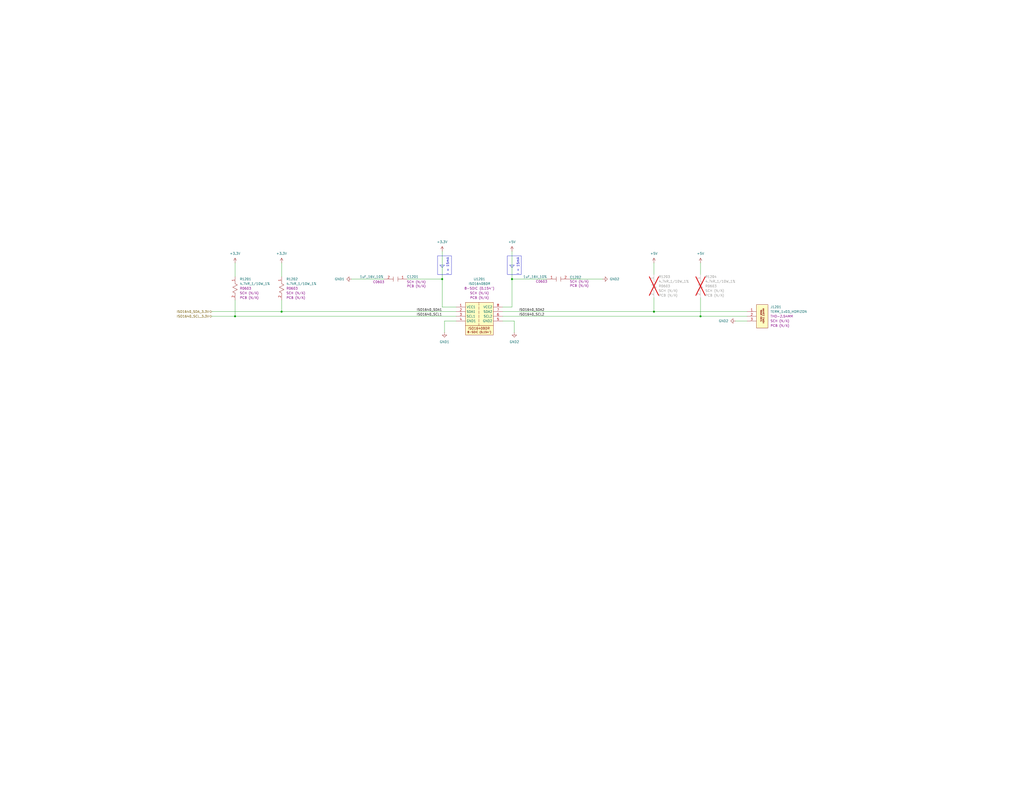
<source format=kicad_sch>
(kicad_sch (version 20231120) (generator "eeschema") (generator_version "8.0")
  (paper "C")
  (title_block (comment 2 "RELEASED"))
  (lib_symbols
    (symbol "_SCHLIB_ESP32-IsoLink:CAP_MLCC_1uF_16V_10%_X7R_C0603" (exclude_from_sim yes)
      (property "Reference" "C" (at 2.794 3.81 0))
      (property "Value" "1uF_16V_10%" (at 2.794 6.096 0))
      (property "Package" "C0603" (at 2.794 11.43 0))
      (property "SCH CHECK" "SCH (N/A)" (at 2.794 16.256 0))
      (property "PCB CHECk" "PCB (N/A)" (at 2.794 19.05 0))
      (symbol "CAP_MLCC_1uF_16V_10%_X7R_C0603_0_1"
        (polyline private (pts (xy 2.54 2.54) (xy 27.94 2.54)))
        (polyline private (pts (xy 2.54 5.08) (xy 27.94 5.08)))
        (polyline private (pts (xy 2.54 7.62) (xy 27.94 7.62)))
        (polyline private (pts (xy 2.54 10.16) (xy 27.94 10.16)))
        (polyline private (pts (xy 2.54 12.7) (xy 27.94 12.7)))
        (polyline private (pts (xy 2.54 15.24) (xy 27.94 15.24)))
        (polyline private (pts (xy 2.54 17.78) (xy 27.94 17.78)))
        (polyline private (pts (xy 2.54 20.32) (xy 27.94 20.32)))
        (polyline private (pts (xy 2.54 22.86) (xy 27.94 22.86)))
        (polyline private (pts (xy 2.54 25.4) (xy 27.94 25.4)))
        (polyline private (pts (xy 2.54 27.94) (xy 27.94 27.94)))
        (polyline private (pts (xy 2.54 30.48) (xy 27.94 30.48)))
        (polyline private (pts (xy 2.54 33.02) (xy 27.94 33.02)))
        (polyline private (pts (xy 2.54 35.56) (xy 27.94 35.56)))
        (polyline private (pts (xy 2.54 38.1) (xy 27.94 38.1)))
        (polyline private (pts (xy 2.54 40.64) (xy 27.94 40.64)))
        (polyline private (pts (xy 2.54 43.18) (xy 27.94 43.18)))
        (polyline private (pts (xy 2.54 45.72) (xy 27.94 45.72)))
        (polyline private (pts (xy 2.54 48.26) (xy 27.94 48.26)))
        (polyline private (pts (xy 2.54 50.8) (xy 27.94 50.8)))
        (polyline (pts (xy 5.08 1.27) (xy 5.08 -1.27)))
        (polyline (pts (xy 7.62 1.27) (xy 7.62 -1.27)))
      )
      (symbol "CAP_MLCC_1uF_16V_10%_X7R_C0603_1_1"
        (pin passive line (at 0 0 0) (length 5.08) (name "") (number "1"))
        (pin passive line (at 12.7 0 180) (length 5.08) (name "") (number "2"))
      )
    )
    (symbol "_SCHLIB_ESP32-IsoLink:CONN_TERM BLK_1x3_150V_6A_HORIZON_THD-2.54MM" (exclude_from_sim yes)
      (property "Reference" "J" (at 2.794 3.81 0))
      (property "Value" "TERM_1x03_HORIZON" (at 2.794 6.096 0))
      (property "Package" "THD-2.54MM" (at 2.794 11.43 0))
      (property "SCH CHECK" "SCH (N/A)" (at 2.794 16.256 0))
      (property "PCB CHECk" "PCB (N/A)" (at 2.794 19.05 0))
      (symbol "CONN_TERM BLK_1x3_150V_6A_HORIZON_THD-2.54MM_0_1"
        (polyline private (pts (xy 2.54 2.54) (xy 27.94 2.54)))
        (polyline private (pts (xy 2.54 5.08) (xy 27.94 5.08)))
        (polyline private (pts (xy 2.54 7.62) (xy 27.94 7.62)))
        (polyline private (pts (xy 2.54 10.16) (xy 27.94 10.16)))
        (polyline private (pts (xy 2.54 12.7) (xy 27.94 12.7)))
        (polyline private (pts (xy 2.54 15.24) (xy 27.94 15.24)))
        (polyline private (pts (xy 2.54 17.78) (xy 27.94 17.78)))
        (polyline private (pts (xy 2.54 20.32) (xy 27.94 20.32)))
        (polyline private (pts (xy 2.54 22.86) (xy 27.94 22.86)))
        (polyline private (pts (xy 2.54 25.4) (xy 27.94 25.4)))
        (polyline private (pts (xy 2.54 27.94) (xy 27.94 27.94)))
        (polyline private (pts (xy 2.54 30.48) (xy 27.94 30.48)))
        (polyline private (pts (xy 2.54 33.02) (xy 27.94 33.02)))
        (polyline private (pts (xy 2.54 35.56) (xy 27.94 35.56)))
        (polyline private (pts (xy 2.54 38.1) (xy 27.94 38.1)))
        (polyline private (pts (xy 2.54 40.64) (xy 27.94 40.64)))
        (polyline private (pts (xy 2.54 43.18) (xy 27.94 43.18)))
        (polyline private (pts (xy 2.54 45.72) (xy 27.94 45.72)))
        (polyline private (pts (xy 2.54 48.26) (xy 27.94 48.26)))
        (polyline private (pts (xy 2.54 50.8) (xy 27.94 50.8)))
      )
      (symbol "CONN_TERM BLK_1x3_150V_6A_HORIZON_THD-2.54MM_1_1"
        (rectangle (start 0 0) (end 6.35 -12.7) (fill (type background)))
        (text "TERM 3POS\nHORIZ 2.54MM" (at 3.302 -6.096 900) (effects (font (size 0.762 0.762))))
        (pin passive line (at -5.08 -3.81 0) (length 5.08) (name "") (number "1"))
        (pin passive line (at -5.08 -6.35 0) (length 5.08) (name "") (number "2"))
        (pin passive line (at -5.08 -8.89 0) (length 5.08) (name "") (number "3"))
      )
    )
    (symbol "_SCHLIB_ESP32-IsoLink:IC_Digital Isolator-I2C_ISO6521DR_Bi-Directional_2{colon}2_SOIC (0.154{dblquote})" (exclude_from_sim yes)
      (property "Reference" "U" (at 2.794 3.81 0))
      (property "Value" "ISO1640BDR" (at 2.794 6.096 0))
      (property "Package" "8-SOIC (0.154\")" (at 2.794 11.43 0))
      (property "SCH CHECK" "SCH (N/A)" (at 2.794 16.256 0))
      (property "PCB CHECk" "PCB (N/A)" (at 2.794 19.05 0))
      (symbol "IC_Digital Isolator-I2C_ISO6521DR_Bi-Directional_2{colon}2_SOIC (0.154{dblquote})_0_1"
        (polyline private (pts (xy 2.54 2.54) (xy 27.94 2.54)))
        (polyline private (pts (xy 2.54 5.08) (xy 27.94 5.08)))
        (polyline private (pts (xy 2.54 7.62) (xy 27.94 7.62)))
        (polyline private (pts (xy 2.54 10.16) (xy 27.94 10.16)))
        (polyline private (pts (xy 2.54 12.7) (xy 27.94 12.7)))
        (polyline private (pts (xy 2.54 15.24) (xy 27.94 15.24)))
        (polyline private (pts (xy 2.54 17.78) (xy 27.94 17.78)))
        (polyline private (pts (xy 2.54 20.32) (xy 27.94 20.32)))
        (polyline private (pts (xy 2.54 22.86) (xy 27.94 22.86)))
        (polyline private (pts (xy 2.54 25.4) (xy 27.94 25.4)))
        (polyline private (pts (xy 2.54 27.94) (xy 27.94 27.94)))
        (polyline private (pts (xy 2.54 30.48) (xy 27.94 30.48)))
        (polyline private (pts (xy 2.54 33.02) (xy 27.94 33.02)))
        (polyline private (pts (xy 2.54 35.56) (xy 27.94 35.56)))
        (polyline private (pts (xy 2.54 38.1) (xy 27.94 38.1)))
        (polyline private (pts (xy 2.54 40.64) (xy 27.94 40.64)))
        (polyline private (pts (xy 2.54 43.18) (xy 27.94 43.18)))
        (polyline private (pts (xy 2.54 45.72) (xy 27.94 45.72)))
        (polyline private (pts (xy 2.54 48.26) (xy 27.94 48.26)))
        (polyline private (pts (xy 2.54 50.8) (xy 27.94 50.8)))
      )
      (symbol "IC_Digital Isolator-I2C_ISO6521DR_Bi-Directional_2{colon}2_SOIC (0.154{dblquote})_1_1"
        (polyline (pts (xy 0 -12.7) (xy 15.24 -12.7)))
        (polyline (pts (xy 7.366 0) (xy 7.366 -12.7)) (stroke (width 0) (type dash)))
        (rectangle (start 0 0) (end 15.24 -17.78) (fill (type background)))
        (text "8-SOIC (0.154\")" (at 7.62 -16.256 0) (effects (font (size 1.016 1.016))))
        (text "ISO1640BDR" (at 7.366 -14.224 0) (effects (font (size 1.27 1.27))))
        (pin passive line (at -5.08 -2.54 0) (length 5.08) (name "VCC1") (number "1"))
        (pin passive line (at -5.08 -5.08 0) (length 5.08) (name "SDA1") (number "2"))
        (pin passive line (at -5.08 -7.62 0) (length 5.08) (name "SCL1") (number "3"))
        (pin passive line (at -5.08 -10.16 0) (length 5.08) (name "GND1") (number "4"))
        (pin passive line (at 20.32 -10.16 180) (length 5.08) (name "GND2") (number "5"))
        (pin passive line (at 20.32 -7.62 180) (length 5.08) (name "SCL2") (number "6"))
        (pin passive line (at 20.32 -5.08 180) (length 5.08) (name "SDA2") (number "7"))
        (pin passive line (at 20.32 -2.54 180) (length 5.08) (name "VCC2") (number "8"))
      )
    )
    (symbol "_SCHLIB_ESP32-IsoLink:RES_4.7kR_1/10W_1%_R0603" (exclude_from_sim yes)
      (property "Reference" "R" (at 2.794 3.81 0))
      (property "Value" "4.7kR_1/10W_1%" (at 2.794 6.096 0))
      (property "Package" "R0603" (at 2.794 11.43 0))
      (property "SCH CHECK" "SCH (N/A)" (at 2.794 16.256 0))
      (property "PCB CHECk" "PCB (N/A)" (at 2.794 19.05 0))
      (symbol "RES_4.7kR_1/10W_1%_R0603_0_1"
        (polyline private (pts (xy 2.54 2.54) (xy 27.94 2.54)))
        (polyline private (pts (xy 2.54 5.08) (xy 27.94 5.08)))
        (polyline private (pts (xy 2.54 7.62) (xy 27.94 7.62)))
        (polyline private (pts (xy 2.54 10.16) (xy 27.94 10.16)))
        (polyline private (pts (xy 2.54 12.7) (xy 27.94 12.7)))
        (polyline private (pts (xy 2.54 15.24) (xy 27.94 15.24)))
        (polyline private (pts (xy 2.54 17.78) (xy 27.94 17.78)))
        (polyline private (pts (xy 2.54 20.32) (xy 27.94 20.32)))
        (polyline private (pts (xy 2.54 22.86) (xy 27.94 22.86)))
        (polyline private (pts (xy 2.54 25.4) (xy 27.94 25.4)))
        (polyline private (pts (xy 2.54 27.94) (xy 27.94 27.94)))
        (polyline private (pts (xy 2.54 30.48) (xy 27.94 30.48)))
        (polyline private (pts (xy 2.54 33.02) (xy 27.94 33.02)))
        (polyline private (pts (xy 2.54 35.56) (xy 27.94 35.56)))
        (polyline private (pts (xy 2.54 38.1) (xy 27.94 38.1)))
        (polyline private (pts (xy 2.54 40.64) (xy 27.94 40.64)))
        (polyline private (pts (xy 2.54 43.18) (xy 27.94 43.18)))
        (polyline private (pts (xy 2.54 45.72) (xy 27.94 45.72)))
        (polyline private (pts (xy 2.54 48.26) (xy 27.94 48.26)))
        (polyline private (pts (xy 2.54 50.8) (xy 27.94 50.8)))
        (polyline (pts (xy 3.81 0) (xy 4.445 1.27) (xy 5.715 -1.27) (xy 6.985 1.27) (xy 8.255 -1.27) (xy 8.89 0)))
      )
      (symbol "RES_4.7kR_1/10W_1%_R0603_1_1"
        (pin passive line (at 0 0 0) (length 3.81) (name "") (number "1"))
        (pin passive line (at 12.7 0 180) (length 3.81) (name "") (number "2"))
      )
    )
    (symbol "power:+3.3V" (power) (pin_numbers hide) (pin_names (offset 0) hide)
      (property "Value" "+3.3V" (at 0 3.556 0))
      (symbol "+3.3V_0_1"
        (polyline (pts (xy -0.762 1.27) (xy 0 2.54)))
        (polyline (pts (xy 0 0) (xy 0 2.54)))
        (polyline (pts (xy 0 2.54) (xy 0.762 1.27)))
      )
      (symbol "+3.3V_1_1"
        (pin power_in line (at 0 0 90) (length 0) (name "~") (number "1"))
      )
    )
    (symbol "power:+5V" (power) (pin_numbers hide) (pin_names (offset 0) hide)
      (property "Value" "+5V" (at 0 3.556 0))
      (symbol "+5V_0_1"
        (polyline (pts (xy -0.762 1.27) (xy 0 2.54)))
        (polyline (pts (xy 0 0) (xy 0 2.54)))
        (polyline (pts (xy 0 2.54) (xy 0.762 1.27)))
      )
      (symbol "+5V_1_1"
        (pin power_in line (at 0 0 90) (length 0) (name "~") (number "1"))
      )
    )
    (symbol "power:GND1" (power) (pin_numbers hide) (pin_names (offset 0) hide)
      (property "Value" "GND1" (at 0 -3.81 0))
      (symbol "GND1_0_1"
        (polyline (pts (xy 0 0) (xy 0 -1.27) (xy 1.27 -1.27) (xy 0 -2.54) (xy -1.27 -1.27) (xy 0 -1.27)))
      )
      (symbol "GND1_1_1"
        (pin power_in line (at 0 0 270) (length 0) (name "~") (number "1"))
      )
    )
    (symbol "power:GND2" (power) (pin_numbers hide) (pin_names (offset 0) hide)
      (property "Value" "GND2" (at 0 -3.81 0))
      (symbol "GND2_0_1"
        (polyline (pts (xy 0 0) (xy 0 -1.27) (xy 1.27 -1.27) (xy 0 -2.54) (xy -1.27 -1.27) (xy 0 -1.27)))
      )
      (symbol "GND2_1_1"
        (pin power_in line (at 0 0 270) (length 0) (name "~") (number "1"))
      )
    )
  )
  (junction (at 128.27 172.72))
  (junction (at 382.27 172.72))
  (junction (at 279.4 152.4))
  (junction (at 356.87 170.18))
  (junction (at 153.67 170.18))
  (junction (at 241.3 152.4))
  (wire (pts (xy 153.67 170.18) (xy 248.92 170.18)))
  (wire (pts (xy 280.67 175.26) (xy 274.32 175.26)))
  (wire (pts (xy 356.87 162.56) (xy 356.87 170.18)))
  (wire (pts (xy 241.3 167.64) (xy 248.92 167.64)))
  (wire (pts (xy 356.87 170.18) (xy 274.32 170.18)))
  (wire (pts (xy 128.27 172.72) (xy 128.27 163.83)))
  (wire (pts (xy 241.3 137.16) (xy 241.3 152.4)))
  (wire (pts (xy 128.27 143.51) (xy 128.27 151.13)))
  (polyline (pts (xy 241.3 146.05) (xy 242.57 144.78)))
  (polyline (pts (xy 278.13 144.78) (xy 279.4 146.05)))
  (wire (pts (xy 128.27 172.72) (xy 248.92 172.72)))
  (wire (pts (xy 115.57 170.18) (xy 153.67 170.18)))
  (wire (pts (xy 191.77 152.4) (xy 209.55 152.4)))
  (wire (pts (xy 242.57 175.26) (xy 248.92 175.26)))
  (polyline (pts (xy 279.4 146.05) (xy 280.67 144.78)))
  (wire (pts (xy 115.57 172.72) (xy 128.27 172.72)))
  (wire (pts (xy 356.87 143.51) (xy 356.87 149.86)))
  (wire (pts (xy 382.27 172.72) (xy 407.67 172.72)))
  (wire (pts (xy 242.57 181.61) (xy 242.57 175.26)))
  (polyline (pts (xy 278.13 144.78) (xy 280.67 144.78)))
  (wire (pts (xy 274.32 172.72) (xy 382.27 172.72)))
  (wire (pts (xy 279.4 137.16) (xy 279.4 152.4)))
  (wire (pts (xy 298.45 152.4) (xy 279.4 152.4)))
  (wire (pts (xy 241.3 152.4) (xy 241.3 167.64)))
  (wire (pts (xy 328.93 152.4) (xy 311.15 152.4)))
  (wire (pts (xy 401.32 175.26) (xy 407.67 175.26)))
  (wire (pts (xy 279.4 152.4) (xy 279.4 167.64)))
  (polyline (pts (xy 240.03 144.78) (xy 242.57 144.78)))
  (polyline (pts (xy 240.03 144.78) (xy 241.3 146.05)))
  (wire (pts (xy 407.67 170.18) (xy 356.87 170.18)))
  (wire (pts (xy 382.27 143.51) (xy 382.27 149.86)))
  (wire (pts (xy 274.32 167.64) (xy 279.4 167.64)))
  (wire (pts (xy 222.25 152.4) (xy 241.3 152.4)))
  (wire (pts (xy 153.67 163.83) (xy 153.67 170.18)))
  (wire (pts (xy 382.27 162.56) (xy 382.27 172.72)))
  (wire (pts (xy 280.67 181.61) (xy 280.67 175.26)))
  (wire (pts (xy 153.67 143.51) (xy 153.67 151.13)))
  (rectangle (start 276.86 139.7) (end 284.48 149.86))
  (rectangle (start 238.76 139.7) (end 246.38 149.86))
  (text "I = 15mA" (at 282.702 145.288 90) (effects (font (size 1.27 1.27))))
  (text "I = 15mA" (at 244.348 145.288 90) (effects (font (size 1.27 1.27))))
  (label "ISO1640_SCL2" (at 283.21 172.72 0))
  (label "ISO1640_SDA1" (at 227.33 170.18 0))
  (label "ISO1640_SCL1" (at 227.33 172.72 0))
  (label "ISO1640_SDA2" (at 283.21 170.18 0))
  (hierarchical_label "ISO1640_SDA_3.3V" (shape bidirectional) (at 115.57 170.18 180))
  (hierarchical_label "ISO1640_SCL_3.3V" (shape bidirectional) (at 115.57 172.72 180))
  (symbol (lib_id "_SCHLIB_ESP32-IsoLink:CONN_TERM BLK_1x3_150V_6A_HORIZON_THD-2.54MM") (at 412.75 166.37 0) (unit 1) (exclude_from_sim yes)
    (property "Reference" "J1201" (at 420.37 167.6399 0) (effects (justify left)))
    (property "Value" "TERM_1x03_HORIZON" (at 420.37 170.1799 0) (effects (justify left)))
    (property "Footprint" "_PCBLIB_ESP32-IsoLink:TerminalBlock-2.54-3P_1x03_P2.54mm_Horizontal" (effects (hide yes)))
    (property "Datasheet" "https://www.we-online.com/katalog/datasheet/6912109100xx.pdf" (effects (hide yes)))
    (property "Description" "3 Position Wire to Board Terminal Block Horizontal with Board 0.100\" (2.54mm) Through Hole" (effects (hide yes)))
    (property "Package" "THD-2.54MM" (at 420.37 172.7199 0) (effects (justify left)))
    (property "Manufacturer 1" "Würth Elektronik" (effects (hide yes)))
    (property "MPN 1" "691210910003" (effects (hide yes)))
    (property "Vendor 1 Part# - TR" "732-691210910003-ND" (effects (hide yes)))
    (property "Vendor 1 Part# - CT" "732-691210910003-ND" (effects (hide yes)))
    (property "Vendor 1" "Digikey" (effects (hide yes)))
    (property "Purchase Link 1" "https://www.digikey.ca/en/products/detail/w%C3%BCrth-elektronik/691210910003/11477232" (effects (hide yes)))
    (property "Manufacturer 2" "BOOMELE(Boom Precision Elec)" (effects (hide yes)))
    (property "MPN 2" "2.54-3P" (effects (hide yes)))
    (property "Vendor 2 Part# - TR" "C68305" (effects (hide yes)))
    (property "Vendor 2 Part# - CT" "C68305" (effects (hide yes)))
    (property "Vendor 2" "LCSC Electronics" (effects (hide yes)))
    (property "Purchase Link 2" "https://www.lcsc.com/product-detail/Screw-Terminal-Blocks_BOOMELE-Boom-Precision-Elec-2-54-3P_C68305.html?s_z=n_phoenix" (effects (hide yes)))
    (property "SCH CHECK" "SCH (N/A)" (at 420.37 175.2599 0) (effects (justify left)))
    (property "PCB CHECk" "PCB (N/A)" (at 420.37 177.7999 0) (effects (justify left)))
  )
  (symbol (lib_id "_SCHLIB_ESP32-IsoLink:RES_4.7kR_1/10W_1%_R0603") (at 128.27 151.13 270) (unit 1) (exclude_from_sim yes)
    (property "Reference" "R1201" (at 130.81 152.3999 90) (effects (justify left)))
    (property "Value" "4.7kR_1/10W_1%" (at 130.81 154.9399 90) (effects (justify left)))
    (property "Footprint" "_PCBLIB_ESP32-IsoLink:R_0603_1608Metric" (effects (hide yes)))
    (property "Datasheet" "https://industrial.panasonic.com/cdbs/www-data/pdf/RDA0000/AOA0000C304.pdf" (effects (hide yes)))
    (property "Description" "4.7 kOhms ±1% 0.1W, 1/10W Chip Resistor 0603 (1608 Metric) Automotive AEC-Q200 Thick Film" (effects (hide yes)))
    (property "Package" "R0603" (at 130.81 157.4799 90) (effects (justify left)))
    (property "Manufacturer 1" "Panasonic Electronic Components" (effects (hide yes)))
    (property "MPN 1" "ERJ-3EKF4701V" (effects (hide yes)))
    (property "Vendor 1 Part# - TR" "P4.70KHTR-ND" (effects (hide yes)))
    (property "Vendor 1 Part# - CT" "P4.70KHCT-ND" (effects (hide yes)))
    (property "Vendor 1" "Digikey" (effects (hide yes)))
    (property "Purchase Link 1" "https://www.digikey.ca/en/products/detail/panasonic-electronic-components/ERJ-3EKF4701V/1746419" (effects (hide yes)))
    (property "Manufacturer 2" "PANASONIC" (effects (hide yes)))
    (property "MPN 2" "ERJ3EKF4701V" (effects (hide yes)))
    (property "Vendor 2 Part# - TR" "C192166" (effects (hide yes)))
    (property "Vendor 2 Part# - CT" "C192166" (effects (hide yes)))
    (property "Vendor 2" "LCSC Electronics" (effects (hide yes)))
    (property "Purchase Link 2" "https://www.lcsc.com/product-detail/Chip-Resistor-Surface-Mount_PANASONIC-ERJ3EKF4701V_C192166.html?s_z=n_ERJ-3EKF4701V" (effects (hide yes)))
    (property "SCH CHECK" "SCH (N/A)" (at 130.81 160.0199 90) (effects (justify left)))
    (property "PCB CHECk" "PCB (N/A)" (at 130.81 162.5599 90) (effects (justify left)))
  )
  (symbol (lib_id "power:GND2") (at 401.32 175.26 270) (unit 1)
    (property "Reference" "#PWR01211" (effects (hide yes)))
    (property "Value" "GND2" (at 397.51 175.2599 90) (effects (justify right)))
    (property "Description" "Power symbol creates a global label with name \"GND2\" , ground" (effects (hide yes)))
  )
  (symbol (lib_id "power:GND1") (at 242.57 181.61 0) (unit 1)
    (property "Reference" "#PWR01205" (effects (hide yes)))
    (property "Value" "GND1" (at 242.57 186.69 0))
    (property "Description" "Power symbol creates a global label with name \"GND1\" , ground" (effects (hide yes)))
  )
  (symbol (lib_id "_SCHLIB_ESP32-IsoLink:IC_Digital Isolator-I2C_ISO6521DR_Bi-Directional_2{colon}2_SOIC (0.154{dblquote})") (at 254 165.1 0) (unit 1) (exclude_from_sim yes)
    (property "Reference" "U1201" (at 261.62 152.4 0))
    (property "Value" "ISO1640BDR" (at 261.62 154.94 0))
    (property "Footprint" "_PCBLIB_ESP32-IsoLink:SOIC-8_3.9x4.9mm_P1.27mm" (effects (hide yes)))
    (property "Datasheet" "https://www.ti.com/lit/ds/symlink/iso1640.pdf" (effects (hide yes)))
    (property "Description" "I2C Digital Isolator 3000Vrms 2 Channel 50kV/µs CMTI 8-SOIC (0.154\", 3.90mm Width)" (effects (hide yes)))
    (property "Package" "8-SOIC (0.154\")" (at 261.62 157.48 0))
    (property "Manufacturer 1" "Texas Instruments" (effects (hide yes)))
    (property "MPN 1" "ISO1640BDR" (effects (hide yes)))
    (property "Vendor 1 Part# - TR" "296-ISO1640BDRTR-ND" (effects (hide yes)))
    (property "Vendor 1 Part# - CT" "296-ISO1640BDRCT-ND" (effects (hide yes)))
    (property "Vendor 1" "Digikey" (effects (hide yes)))
    (property "Purchase Link 1" "https://www.digikey.ca/en/products/detail/texas-instruments/ISO1640BDR/13627078?s=N4IgTCBcDa4JwDYC0BJAygeQIwICwAYAhAEQCUAVUpAOWJAF0BfIA" (effects (hide yes)))
    (property "Manufacturer 2" "Texas Instruments" (effects (hide yes)))
    (property "MPN 2" "ISO1640BDR" (effects (hide yes)))
    (property "Vendor 2 Part# - TR" "C5122339" (effects (hide yes)))
    (property "Vendor 2 Part# - CT" "C5122339" (effects (hide yes)))
    (property "Vendor 2" "LCSC Electronics" (effects (hide yes)))
    (property "Purchase Link 2" "https://www.lcsc.com/product-detail/I2C-Isolators_Texas-Instruments-ISO1640BDR_C5122339.html?s_z=n_ISO1640BDR" (effects (hide yes)))
    (property "SCH CHECK" "SCH (N/A)" (at 261.62 160.02 0))
    (property "PCB CHECk" "PCB (N/A)" (at 261.62 162.56 0))
  )
  (symbol (lib_id "_SCHLIB_ESP32-IsoLink:RES_4.7kR_1/10W_1%_R0603") (at 356.87 149.86 270) (unit 1) (exclude_from_sim yes) (dnp yes)
    (property "Reference" "R1203" (at 359.41 151.1299 90) (effects (justify left)))
    (property "Value" "4.7kR_1/10W_1%" (at 359.41 153.6699 90) (effects (justify left)))
    (property "Footprint" "_PCBLIB_ESP32-IsoLink:R_0603_1608Metric" (effects (hide yes)))
    (property "Datasheet" "https://industrial.panasonic.com/cdbs/www-data/pdf/RDA0000/AOA0000C304.pdf" (effects (hide yes)))
    (property "Description" "4.7 kOhms ±1% 0.1W, 1/10W Chip Resistor 0603 (1608 Metric) Automotive AEC-Q200 Thick Film" (effects (hide yes)))
    (property "Package" "R0603" (at 359.41 156.2099 90) (effects (justify left)))
    (property "Manufacturer 1" "Panasonic Electronic Components" (effects (hide yes)))
    (property "MPN 1" "ERJ-3EKF4701V" (effects (hide yes)))
    (property "Vendor 1 Part# - TR" "P4.70KHTR-ND" (effects (hide yes)))
    (property "Vendor 1 Part# - CT" "P4.70KHCT-ND" (effects (hide yes)))
    (property "Vendor 1" "Digikey" (effects (hide yes)))
    (property "Purchase Link 1" "https://www.digikey.ca/en/products/detail/panasonic-electronic-components/ERJ-3EKF4701V/1746419" (effects (hide yes)))
    (property "Manufacturer 2" "PANASONIC" (effects (hide yes)))
    (property "MPN 2" "ERJ3EKF4701V" (effects (hide yes)))
    (property "Vendor 2 Part# - TR" "C192166" (effects (hide yes)))
    (property "Vendor 2 Part# - CT" "C192166" (effects (hide yes)))
    (property "Vendor 2" "LCSC Electronics" (effects (hide yes)))
    (property "Purchase Link 2" "https://www.lcsc.com/product-detail/Chip-Resistor-Surface-Mount_PANASONIC-ERJ3EKF4701V_C192166.html?s_z=n_ERJ-3EKF4701V" (effects (hide yes)))
    (property "SCH CHECK" "SCH (N/A)" (at 359.41 158.7499 90) (effects (justify left)))
    (property "PCB CHECk" "PCB (N/A)" (at 359.41 161.2899 90) (effects (justify left)))
  )
  (symbol (lib_id "power:+5V") (at 356.87 143.51 0) (unit 1)
    (property "Reference" "#PWR01209" (effects (hide yes)))
    (property "Value" "+5V" (at 356.87 138.43 0))
    (property "Description" "Power symbol creates a global label with name \"+5V\"" (effects (hide yes)))
  )
  (symbol (lib_id "power:GND2") (at 280.67 181.61 0) (unit 1)
    (property "Reference" "#PWR01207" (effects (hide yes)))
    (property "Value" "GND2" (at 280.67 186.69 0))
    (property "Description" "Power symbol creates a global label with name \"GND2\" , ground" (effects (hide yes)))
  )
  (symbol (lib_id "power:+5V") (at 279.4 137.16 0) (unit 1)
    (property "Reference" "#PWR01206" (effects (hide yes)))
    (property "Value" "+5V" (at 279.4 132.08 0))
    (property "Description" "Power symbol creates a global label with name \"+5V\"" (effects (hide yes)))
  )
  (symbol (lib_id "power:GND1") (at 191.77 152.4 270) (unit 1)
    (property "Reference" "#PWR01203" (effects (hide yes)))
    (property "Value" "GND1" (at 187.96 152.3999 90) (effects (justify right)))
    (property "Description" "Power symbol creates a global label with name \"GND1\" , ground" (effects (hide yes)))
  )
  (symbol (lib_id "power:GND2") (at 328.93 152.4 90) (unit 1)
    (property "Reference" "#PWR01208" (effects (hide yes)))
    (property "Value" "GND2" (at 332.74 152.3999 90) (effects (justify right)))
    (property "Description" "Power symbol creates a global label with name \"GND2\" , ground" (effects (hide yes)))
  )
  (symbol (lib_id "_SCHLIB_ESP32-IsoLink:RES_4.7kR_1/10W_1%_R0603") (at 153.67 151.13 270) (unit 1) (exclude_from_sim yes)
    (property "Reference" "R1202" (at 156.21 152.3999 90) (effects (justify left)))
    (property "Value" "4.7kR_1/10W_1%" (at 156.21 154.9399 90) (effects (justify left)))
    (property "Footprint" "_PCBLIB_ESP32-IsoLink:R_0603_1608Metric" (effects (hide yes)))
    (property "Datasheet" "https://industrial.panasonic.com/cdbs/www-data/pdf/RDA0000/AOA0000C304.pdf" (effects (hide yes)))
    (property "Description" "4.7 kOhms ±1% 0.1W, 1/10W Chip Resistor 0603 (1608 Metric) Automotive AEC-Q200 Thick Film" (effects (hide yes)))
    (property "Package" "R0603" (at 156.21 157.4799 90) (effects (justify left)))
    (property "Manufacturer 1" "Panasonic Electronic Components" (effects (hide yes)))
    (property "MPN 1" "ERJ-3EKF4701V" (effects (hide yes)))
    (property "Vendor 1 Part# - TR" "P4.70KHTR-ND" (effects (hide yes)))
    (property "Vendor 1 Part# - CT" "P4.70KHCT-ND" (effects (hide yes)))
    (property "Vendor 1" "Digikey" (effects (hide yes)))
    (property "Purchase Link 1" "https://www.digikey.ca/en/products/detail/panasonic-electronic-components/ERJ-3EKF4701V/1746419" (effects (hide yes)))
    (property "Manufacturer 2" "PANASONIC" (effects (hide yes)))
    (property "MPN 2" "ERJ3EKF4701V" (effects (hide yes)))
    (property "Vendor 2 Part# - TR" "C192166" (effects (hide yes)))
    (property "Vendor 2 Part# - CT" "C192166" (effects (hide yes)))
    (property "Vendor 2" "LCSC Electronics" (effects (hide yes)))
    (property "Purchase Link 2" "https://www.lcsc.com/product-detail/Chip-Resistor-Surface-Mount_PANASONIC-ERJ3EKF4701V_C192166.html?s_z=n_ERJ-3EKF4701V" (effects (hide yes)))
    (property "SCH CHECK" "SCH (N/A)" (at 156.21 160.0199 90) (effects (justify left)))
    (property "PCB CHECk" "PCB (N/A)" (at 156.21 162.5599 90) (effects (justify left)))
  )
  (symbol (lib_id "_SCHLIB_ESP32-IsoLink:RES_4.7kR_1/10W_1%_R0603") (at 382.27 149.86 270) (unit 1) (exclude_from_sim yes) (dnp yes)
    (property "Reference" "R1204" (at 384.81 151.1299 90) (effects (justify left)))
    (property "Value" "4.7kR_1/10W_1%" (at 384.81 153.6699 90) (effects (justify left)))
    (property "Footprint" "_PCBLIB_ESP32-IsoLink:R_0603_1608Metric" (effects (hide yes)))
    (property "Datasheet" "https://industrial.panasonic.com/cdbs/www-data/pdf/RDA0000/AOA0000C304.pdf" (effects (hide yes)))
    (property "Description" "4.7 kOhms ±1% 0.1W, 1/10W Chip Resistor 0603 (1608 Metric) Automotive AEC-Q200 Thick Film" (effects (hide yes)))
    (property "Package" "R0603" (at 384.81 156.2099 90) (effects (justify left)))
    (property "Manufacturer 1" "Panasonic Electronic Components" (effects (hide yes)))
    (property "MPN 1" "ERJ-3EKF4701V" (effects (hide yes)))
    (property "Vendor 1 Part# - TR" "P4.70KHTR-ND" (effects (hide yes)))
    (property "Vendor 1 Part# - CT" "P4.70KHCT-ND" (effects (hide yes)))
    (property "Vendor 1" "Digikey" (effects (hide yes)))
    (property "Purchase Link 1" "https://www.digikey.ca/en/products/detail/panasonic-electronic-components/ERJ-3EKF4701V/1746419" (effects (hide yes)))
    (property "Manufacturer 2" "PANASONIC" (effects (hide yes)))
    (property "MPN 2" "ERJ3EKF4701V" (effects (hide yes)))
    (property "Vendor 2 Part# - TR" "C192166" (effects (hide yes)))
    (property "Vendor 2 Part# - CT" "C192166" (effects (hide yes)))
    (property "Vendor 2" "LCSC Electronics" (effects (hide yes)))
    (property "Purchase Link 2" "https://www.lcsc.com/product-detail/Chip-Resistor-Surface-Mount_PANASONIC-ERJ3EKF4701V_C192166.html?s_z=n_ERJ-3EKF4701V" (effects (hide yes)))
    (property "SCH CHECK" "SCH (N/A)" (at 384.81 158.7499 90) (effects (justify left)))
    (property "PCB CHECk" "PCB (N/A)" (at 384.81 161.2899 90) (effects (justify left)))
  )
  (symbol (lib_id "_SCHLIB_ESP32-IsoLink:CAP_MLCC_1uF_16V_10%_X7R_C0603") (at 222.25 152.4 180) (unit 1) (exclude_from_sim yes)
    (property "Reference" "C1201" (at 228.346 151.13 0) (effects (justify left)))
    (property "Value" "1uF_16V_10%" (at 209.296 151.13 0) (effects (justify left)))
    (property "Footprint" "_PCBLIB_ESP32-IsoLink:C_0603_1608Metric" (effects (hide yes)))
    (property "Datasheet" "https://weblib.samsungsem.com/mlcc/mlcc-ec-data-sheet.do?partNumber=CL10B105KO8NNN" (effects (hide yes)))
    (property "Description" "1 µF ±10% 16V Ceramic Capacitor X7R 0603 (1608 Metric)" (effects (hide yes)))
    (property "Package" "C0603" (at 209.804 153.924 0) (effects (justify left)))
    (property "Manufacturer 1" "Samsung Electro-Mechanics" (effects (hide yes)))
    (property "MPN 1" "CL10B105KO8NNNC" (effects (hide yes)))
    (property "Vendor 1 Part# - TR" "1276-1019-2-ND" (effects (hide yes)))
    (property "Vendor 1 Part# - CT" "1276-1019-1-ND" (effects (hide yes)))
    (property "Vendor 1" "Digikey" (effects (hide yes)))
    (property "Purchase Link 1" "https://www.digikey.ca/en/products/detail/samsung-electro-mechanics/CL10B105KO8NNNC/3886677" (effects (hide yes)))
    (property "Manufacturer 2" "Samsung Electro-Mechanics" (effects (hide yes)))
    (property "MPN 2" "CL10B105KO8NNNC" (effects (hide yes)))
    (property "Vendor 2 Part# - TR" "CL10B105KO8NNNC" (effects (hide yes)))
    (property "Vendor 2 Part# - CT" "CL10B105KO8NNNC" (effects (hide yes)))
    (property "Vendor 2" "LCSC Electronics" (effects (hide yes)))
    (property "Purchase Link 2" "https://www.lcsc.com/product-detail/Multilayer-Ceramic-Capacitors-MLCC-SMD-SMT_Samsung-Electro-Mechanics-CL10B105KO8NNNC_C59782.html?s_z=n_CL10B105KO8NNNC" (effects (hide yes)))
    (property "SCH CHECK" "SCH (N/A)" (at 232.41 153.924 0) (effects (justify left)))
    (property "PCB CHECk" "PCB (N/A)" (at 232.41 156.21 0) (effects (justify left)))
  )
  (symbol (lib_id "power:+3.3V") (at 128.27 143.51 0) (unit 1)
    (property "Reference" "#PWR01201" (effects (hide yes)))
    (property "Value" "+3.3V" (at 128.27 138.43 0))
    (property "Description" "Power symbol creates a global label with name \"+3.3V\"" (effects (hide yes)))
  )
  (symbol (lib_id "power:+5V") (at 382.27 143.51 0) (unit 1)
    (property "Reference" "#PWR01210" (effects (hide yes)))
    (property "Value" "+5V" (at 382.27 138.43 0))
    (property "Description" "Power symbol creates a global label with name \"+5V\"" (effects (hide yes)))
  )
  (symbol (lib_id "power:+3.3V") (at 241.3 137.16 0) (unit 1)
    (property "Reference" "#PWR01204" (effects (hide yes)))
    (property "Value" "+3.3V" (at 241.3 132.08 0))
    (property "Description" "Power symbol creates a global label with name \"+3.3V\"" (effects (hide yes)))
  )
  (symbol (lib_id "power:+3.3V") (at 153.67 143.51 0) (unit 1)
    (property "Reference" "#PWR01202" (effects (hide yes)))
    (property "Value" "+3.3V" (at 153.67 138.43 0))
    (property "Description" "Power symbol creates a global label with name \"+3.3V\"" (effects (hide yes)))
  )
  (symbol (lib_id "_SCHLIB_ESP32-IsoLink:CAP_MLCC_1uF_16V_10%_X7R_C0603") (at 298.45 152.4 0) (unit 1) (exclude_from_sim yes)
    (property "Reference" "C1202" (at 310.896 151.384 0) (effects (justify left)))
    (property "Value" "1uF_16V_10%" (at 285.496 151.13 0) (effects (justify left)))
    (property "Footprint" "_PCBLIB_ESP32-IsoLink:C_0603_1608Metric" (effects (hide yes)))
    (property "Datasheet" "https://weblib.samsungsem.com/mlcc/mlcc-ec-data-sheet.do?partNumber=CL10B105KO8NNN" (effects (hide yes)))
    (property "Description" "1 µF ±10% 16V Ceramic Capacitor X7R 0603 (1608 Metric)" (effects (hide yes)))
    (property "Package" "C0603" (at 292.354 153.67 0) (effects (justify left)))
    (property "Manufacturer 1" "Samsung Electro-Mechanics" (effects (hide yes)))
    (property "MPN 1" "CL10B105KO8NNNC" (effects (hide yes)))
    (property "Vendor 1 Part# - TR" "1276-1019-2-ND" (effects (hide yes)))
    (property "Vendor 1 Part# - CT" "1276-1019-1-ND" (effects (hide yes)))
    (property "Vendor 1" "Digikey" (effects (hide yes)))
    (property "Purchase Link 1" "https://www.digikey.ca/en/products/detail/samsung-electro-mechanics/CL10B105KO8NNNC/3886677" (effects (hide yes)))
    (property "Manufacturer 2" "Samsung Electro-Mechanics" (effects (hide yes)))
    (property "MPN 2" "CL10B105KO8NNNC" (effects (hide yes)))
    (property "Vendor 2 Part# - TR" "CL10B105KO8NNNC" (effects (hide yes)))
    (property "Vendor 2 Part# - CT" "CL10B105KO8NNNC" (effects (hide yes)))
    (property "Vendor 2" "LCSC Electronics" (effects (hide yes)))
    (property "Purchase Link 2" "https://www.lcsc.com/product-detail/Multilayer-Ceramic-Capacitors-MLCC-SMD-SMT_Samsung-Electro-Mechanics-CL10B105KO8NNNC_C59782.html?s_z=n_CL10B105KO8NNNC" (effects (hide yes)))
    (property "SCH CHECK" "SCH (N/A)" (at 310.896 153.67 0) (effects (justify left)))
    (property "PCB CHECk" "PCB (N/A)" (at 310.896 155.956 0) (effects (justify left)))
  )
)
</source>
